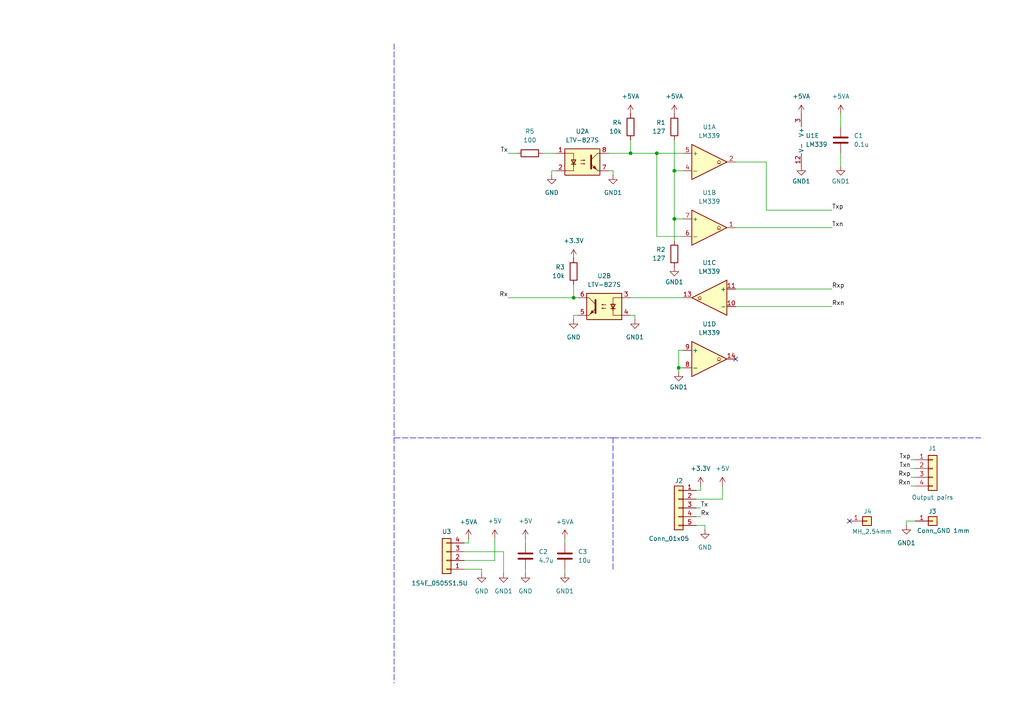
<source format=kicad_sch>
(kicad_sch (version 20231120) (generator "eeschema") (generator_version "8.0")
  (paper "A4")
  (lib_symbols
    (symbol "Comparator:LM339" (pin_names (offset 0.127))
      (property "Reference" "U" (at 0 5.08 0))
      (property "Value" "LM339" (at 0 -5.08 0))
      (symbol "LM339_1_1"
        (polyline (pts (xy -5.08 5.08) (xy 5.08 0) (xy -5.08 -5.08) (xy -5.08 5.08)) (stroke (width 0.254)) (fill (type background)))
        (polyline (pts (xy 3.302 -0.508) (xy 2.794 -0.508) (xy 3.302 0) (xy 2.794 0.508) (xy 2.286 0) (xy 2.794 -0.508) (xy 2.286 -0.508)) (stroke (width 0.127)))
        (pin open_collector line (at 7.62 0 180) (length 2.54) (name "~") (number "2"))
        (pin input line (at -7.62 -2.54 0) (length 2.54) (name "-") (number "4"))
        (pin input line (at -7.62 2.54 0) (length 2.54) (name "+") (number "5"))
      )
      (symbol "LM339_2_1"
        (polyline (pts (xy -5.08 5.08) (xy 5.08 0) (xy -5.08 -5.08) (xy -5.08 5.08)) (stroke (width 0.254)) (fill (type background)))
        (polyline (pts (xy 3.302 -0.508) (xy 2.794 -0.508) (xy 3.302 0) (xy 2.794 0.508) (xy 2.286 0) (xy 2.794 -0.508) (xy 2.286 -0.508)) (stroke (width 0.127)))
        (pin open_collector line (at 7.62 0 180) (length 2.54) (name "~") (number "1"))
        (pin input line (at -7.62 -2.54 0) (length 2.54) (name "-") (number "6"))
        (pin input line (at -7.62 2.54 0) (length 2.54) (name "+") (number "7"))
      )
      (symbol "LM339_3_1"
        (polyline (pts (xy -5.08 5.08) (xy 5.08 0) (xy -5.08 -5.08) (xy -5.08 5.08)) (stroke (width 0.254)) (fill (type background)))
        (polyline (pts (xy 3.302 -0.508) (xy 2.794 -0.508) (xy 3.302 0) (xy 2.794 0.508) (xy 2.286 0) (xy 2.794 -0.508) (xy 2.286 -0.508)) (stroke (width 0.127)))
        (pin input line (at -7.62 -2.54 0) (length 2.54) (name "-") (number "10"))
        (pin input line (at -7.62 2.54 0) (length 2.54) (name "+") (number "11"))
        (pin open_collector line (at 7.62 0 180) (length 2.54) (name "~") (number "13"))
      )
      (symbol "LM339_4_1"
        (polyline (pts (xy -5.08 5.08) (xy 5.08 0) (xy -5.08 -5.08) (xy -5.08 5.08)) (stroke (width 0.254)) (fill (type background)))
        (polyline (pts (xy 3.302 -0.508) (xy 2.794 -0.508) (xy 3.302 0) (xy 2.794 0.508) (xy 2.286 0) (xy 2.794 -0.508) (xy 2.286 -0.508)) (stroke (width 0.127)))
        (pin open_collector line (at 7.62 0 180) (length 2.54) (name "~") (number "14"))
        (pin input line (at -7.62 -2.54 0) (length 2.54) (name "-") (number "8"))
        (pin input line (at -7.62 2.54 0) (length 2.54) (name "+") (number "9"))
      )
      (symbol "LM339_5_1"
        (pin power_in line (at -2.54 -7.62 90) (length 3.81) (name "V-") (number "12"))
        (pin power_in line (at -2.54 7.62 270) (length 3.81) (name "V+") (number "3"))
      )
    )
    (symbol "Connector_Generic:Conn_01x01" (pin_names (offset 1.016) hide)
      (property "Reference" "J" (at 0 2.54 0))
      (property "Value" "Conn_01x01" (at 0 -2.54 0))
      (symbol "Conn_01x01_1_1"
        (rectangle (start -1.27 0.127) (end 0 -0.127) (stroke (width 0.1524)))
        (rectangle (start -1.27 1.27) (end 1.27 -1.27) (stroke (width 0.254)) (fill (type background)))
        (pin passive line (at -5.08 0 0) (length 3.81) (name "Pin_1") (number "1"))
      )
    )
    (symbol "Connector_Generic:Conn_01x04" (pin_names (offset 1.016) hide)
      (property "Reference" "J" (at 0 5.08 0))
      (property "Value" "Conn_01x04" (at 0 -7.62 0))
      (symbol "Conn_01x04_1_1"
        (rectangle (start -1.27 -4.953) (end 0 -5.207) (stroke (width 0.1524)))
        (rectangle (start -1.27 -2.413) (end 0 -2.667) (stroke (width 0.1524)))
        (rectangle (start -1.27 0.127) (end 0 -0.127) (stroke (width 0.1524)))
        (rectangle (start -1.27 2.667) (end 0 2.413) (stroke (width 0.1524)))
        (rectangle (start -1.27 3.81) (end 1.27 -6.35) (stroke (width 0.254)) (fill (type background)))
        (pin passive line (at -5.08 2.54 0) (length 3.81) (name "Pin_1") (number "1"))
        (pin passive line (at -5.08 0 0) (length 3.81) (name "Pin_2") (number "2"))
        (pin passive line (at -5.08 -2.54 0) (length 3.81) (name "Pin_3") (number "3"))
        (pin passive line (at -5.08 -5.08 0) (length 3.81) (name "Pin_4") (number "4"))
      )
    )
    (symbol "Connector_Generic:Conn_01x05" (pin_names (offset 1.016) hide)
      (property "Reference" "J" (at 0 7.62 0))
      (property "Value" "Conn_01x05" (at 0 -7.62 0))
      (symbol "Conn_01x05_1_1"
        (rectangle (start -1.27 -4.953) (end 0 -5.207) (stroke (width 0.1524)))
        (rectangle (start -1.27 -2.413) (end 0 -2.667) (stroke (width 0.1524)))
        (rectangle (start -1.27 0.127) (end 0 -0.127) (stroke (width 0.1524)))
        (rectangle (start -1.27 2.667) (end 0 2.413) (stroke (width 0.1524)))
        (rectangle (start -1.27 5.207) (end 0 4.953) (stroke (width 0.1524)))
        (rectangle (start -1.27 6.35) (end 1.27 -6.35) (stroke (width 0.254)) (fill (type background)))
        (pin passive line (at -5.08 5.08 0) (length 3.81) (name "Pin_1") (number "1"))
        (pin passive line (at -5.08 2.54 0) (length 3.81) (name "Pin_2") (number "2"))
        (pin passive line (at -5.08 0 0) (length 3.81) (name "Pin_3") (number "3"))
        (pin passive line (at -5.08 -2.54 0) (length 3.81) (name "Pin_4") (number "4"))
        (pin passive line (at -5.08 -5.08 0) (length 3.81) (name "Pin_5") (number "5"))
      )
    )
    (symbol "Device:C" (pin_numbers hide) (pin_names (offset 0.254))
      (property "Reference" "C" (at 0.635 2.54 0))
      (property "Value" "C" (at 0.635 -2.54 0))
      (symbol "C_0_1"
        (polyline (pts (xy -2.032 -0.762) (xy 2.032 -0.762)) (stroke (width 0.508)))
        (polyline (pts (xy -2.032 0.762) (xy 2.032 0.762)) (stroke (width 0.508)))
      )
      (symbol "C_1_1"
        (pin passive line (at 0 3.81 270) (length 2.794) (name "~") (number "1"))
        (pin passive line (at 0 -3.81 90) (length 2.794) (name "~") (number "2"))
      )
    )
    (symbol "Device:R" (pin_numbers hide) (pin_names (offset 0))
      (property "Reference" "R" (at 2.032 0 90))
      (property "Value" "R" (at 0 0 90))
      (symbol "R_0_1"
        (rectangle (start -1.016 -2.54) (end 1.016 2.54) (stroke (width 0.254)))
      )
      (symbol "R_1_1"
        (pin passive line (at 0 3.81 270) (length 1.27) (name "~") (number "1"))
        (pin passive line (at 0 -3.81 90) (length 1.27) (name "~") (number "2"))
      )
    )
    (symbol "Isolator:LTV-827S" (pin_names (offset 1.016))
      (property "Reference" "U" (at -3.81 5.08 0))
      (property "Value" "LTV-827S" (at 0 -5.08 0))
      (symbol "LTV-827S_0_1"
        (rectangle (start -5.08 3.81) (end 5.08 -3.81) (stroke (width 0.254)) (fill (type background)))
        (polyline (pts (xy -3.175 -0.635) (xy -1.905 -0.635)) (stroke (width 0.254)))
        (polyline (pts (xy 2.54 0.635) (xy 4.445 2.54)))
        (polyline (pts (xy 4.445 -2.54) (xy 2.54 -0.635)) (fill (type outline)))
        (polyline (pts (xy 4.445 -2.54) (xy 5.08 -2.54)))
        (polyline (pts (xy 4.445 2.54) (xy 5.08 2.54)))
        (polyline (pts (xy -2.54 -0.635) (xy -2.54 -2.54) (xy -5.08 -2.54)))
        (polyline (pts (xy 2.54 1.905) (xy 2.54 -1.905) (xy 2.54 -1.905)) (stroke (width 0.508)))
        (polyline (pts (xy -5.08 2.54) (xy -2.54 2.54) (xy -2.54 -1.27) (xy -2.54 0.635)))
        (polyline (pts (xy -2.54 -0.635) (xy -3.175 0.635) (xy -1.905 0.635) (xy -2.54 -0.635)) (stroke (width 0.254)))
        (polyline (pts (xy -0.508 -0.508) (xy 0.762 -0.508) (xy 0.381 -0.635) (xy 0.381 -0.381) (xy 0.762 -0.508)))
        (polyline (pts (xy -0.508 0.508) (xy 0.762 0.508) (xy 0.381 0.381) (xy 0.381 0.635) (xy 0.762 0.508)))
        (polyline (pts (xy 3.048 -1.651) (xy 3.556 -1.143) (xy 4.064 -2.159) (xy 3.048 -1.651) (xy 3.048 -1.651)) (fill (type outline)))
      )
      (symbol "LTV-827S_1_1"
        (pin passive line (at -7.62 2.54 0) (length 2.54) (name "~") (number "1"))
        (pin passive line (at -7.62 -2.54 0) (length 2.54) (name "~") (number "2"))
        (pin passive line (at 7.62 -2.54 180) (length 2.54) (name "~") (number "7"))
        (pin passive line (at 7.62 2.54 180) (length 2.54) (name "~") (number "8"))
      )
      (symbol "LTV-827S_2_1"
        (pin passive line (at -7.62 2.54 0) (length 2.54) (name "~") (number "3"))
        (pin passive line (at -7.62 -2.54 0) (length 2.54) (name "~") (number "4"))
        (pin passive line (at 7.62 -2.54 180) (length 2.54) (name "~") (number "5"))
        (pin passive line (at 7.62 2.54 180) (length 2.54) (name "~") (number "6"))
      )
    )
    (symbol "power:+3.3V" (power) (pin_numbers hide) (pin_names (offset 0) hide)
      (property "Value" "+3.3V" (at 0 3.556 0))
      (symbol "+3.3V_0_1"
        (polyline (pts (xy -0.762 1.27) (xy 0 2.54)))
        (polyline (pts (xy 0 0) (xy 0 2.54)))
        (polyline (pts (xy 0 2.54) (xy 0.762 1.27)))
      )
      (symbol "+3.3V_1_1"
        (pin power_in line (at 0 0 90) (length 0) (name "~") (number "1"))
      )
    )
    (symbol "power:+5V" (power) (pin_numbers hide) (pin_names (offset 0) hide)
      (property "Value" "+5V" (at 0 3.556 0))
      (symbol "+5V_0_1"
        (polyline (pts (xy -0.762 1.27) (xy 0 2.54)))
        (polyline (pts (xy 0 0) (xy 0 2.54)))
        (polyline (pts (xy 0 2.54) (xy 0.762 1.27)))
      )
      (symbol "+5V_1_1"
        (pin power_in line (at 0 0 90) (length 0) (name "~") (number "1"))
      )
    )
    (symbol "power:+5VA" (power) (pin_numbers hide) (pin_names (offset 0) hide)
      (property "Value" "+5VA" (at 0 3.556 0))
      (symbol "+5VA_0_1"
        (polyline (pts (xy -0.762 1.27) (xy 0 2.54)))
        (polyline (pts (xy 0 0) (xy 0 2.54)))
        (polyline (pts (xy 0 2.54) (xy 0.762 1.27)))
      )
      (symbol "+5VA_1_1"
        (pin power_in line (at 0 0 90) (length 0) (name "~") (number "1"))
      )
    )
    (symbol "power:GND" (power) (pin_numbers hide) (pin_names (offset 0) hide)
      (property "Value" "GND" (at 0 -3.81 0))
      (symbol "GND_0_1"
        (polyline (pts (xy 0 0) (xy 0 -1.27) (xy 1.27 -1.27) (xy 0 -2.54) (xy -1.27 -1.27) (xy 0 -1.27)))
      )
      (symbol "GND_1_1"
        (pin power_in line (at 0 0 270) (length 0) (name "~") (number "1"))
      )
    )
    (symbol "power:GND1" (power) (pin_numbers hide) (pin_names (offset 0) hide)
      (property "Value" "GND1" (at 0 -3.81 0))
      (symbol "GND1_0_1"
        (polyline (pts (xy 0 0) (xy 0 -1.27) (xy 1.27 -1.27) (xy 0 -2.54) (xy -1.27 -1.27) (xy 0 -1.27)))
      )
      (symbol "GND1_1_1"
        (pin power_in line (at 0 0 270) (length 0) (name "~") (number "1"))
      )
    )
  )
  (junction (at 166.37 86.36))
  (junction (at 195.58 63.5))
  (junction (at 196.85 106.68))
  (junction (at 195.58 49.53))
  (junction (at 190.5 44.45))
  (junction (at 182.88 44.45))
  (no_connect (at 213.36 104.14))
  (no_connect (at 246.38 151.13))
  (wire (pts (xy 262.89 151.13) (xy 262.89 152.4)))
  (wire (pts (xy 213.36 46.99) (xy 222.25 46.99)))
  (wire (pts (xy 195.58 63.5) (xy 195.58 69.85)))
  (wire (pts (xy 222.25 60.96) (xy 241.3 60.96)))
  (polyline (pts (xy 177.8 127) (xy 284.48 127)) (stroke (width 0) (type dash)))
  (wire (pts (xy 243.84 44.45) (xy 243.84 48.26)))
  (wire (pts (xy 152.4 165.1) (xy 152.4 166.37)))
  (wire (pts (xy 143.51 156.21) (xy 143.51 162.56)))
  (wire (pts (xy 135.89 157.48) (xy 135.89 156.21)))
  (wire (pts (xy 134.62 165.1) (xy 139.7 165.1)))
  (wire (pts (xy 182.88 91.44) (xy 184.15 91.44)))
  (wire (pts (xy 201.93 142.24) (xy 203.2 142.24)))
  (wire (pts (xy 196.85 101.6) (xy 196.85 106.68)))
  (wire (pts (xy 201.93 144.78) (xy 209.55 144.78)))
  (wire (pts (xy 213.36 83.82) (xy 241.3 83.82)))
  (wire (pts (xy 161.29 49.53) (xy 160.02 49.53)))
  (wire (pts (xy 167.64 91.44) (xy 166.37 91.44)))
  (wire (pts (xy 152.4 156.21) (xy 152.4 157.48)))
  (wire (pts (xy 264.16 135.89) (xy 265.43 135.89)))
  (wire (pts (xy 190.5 44.45) (xy 198.12 44.45)))
  (wire (pts (xy 265.43 151.13) (xy 262.89 151.13)))
  (wire (pts (xy 190.5 68.58) (xy 190.5 44.45)))
  (wire (pts (xy 176.53 49.53) (xy 177.8 49.53)))
  (polyline (pts (xy 114.3 12.7) (xy 114.3 127)) (stroke (width 0) (type dash)))
  (wire (pts (xy 209.55 144.78) (xy 209.55 140.97)))
  (wire (pts (xy 203.2 149.86) (xy 201.93 149.86)))
  (wire (pts (xy 196.85 106.68) (xy 198.12 106.68)))
  (polyline (pts (xy 114.3 127) (xy 114.3 198.12)) (stroke (width 0) (type dash)))
  (wire (pts (xy 213.36 88.9) (xy 241.3 88.9)))
  (wire (pts (xy 195.58 40.64) (xy 195.58 49.53)))
  (wire (pts (xy 182.88 86.36) (xy 198.12 86.36)))
  (wire (pts (xy 166.37 82.55) (xy 166.37 86.36)))
  (wire (pts (xy 203.2 142.24) (xy 203.2 140.97)))
  (wire (pts (xy 243.84 33.02) (xy 243.84 36.83)))
  (wire (pts (xy 264.16 140.97) (xy 265.43 140.97)))
  (wire (pts (xy 264.16 138.43) (xy 265.43 138.43)))
  (wire (pts (xy 176.53 44.45) (xy 182.88 44.45)))
  (wire (pts (xy 146.05 160.02) (xy 146.05 166.37)))
  (wire (pts (xy 204.47 153.67) (xy 204.47 152.4)))
  (wire (pts (xy 182.88 44.45) (xy 182.88 40.64)))
  (wire (pts (xy 198.12 101.6) (xy 196.85 101.6)))
  (wire (pts (xy 134.62 162.56) (xy 143.51 162.56)))
  (wire (pts (xy 134.62 157.48) (xy 135.89 157.48)))
  (wire (pts (xy 195.58 63.5) (xy 198.12 63.5)))
  (polyline (pts (xy 177.8 127) (xy 114.3 127)) (stroke (width 0) (type dash)))
  (wire (pts (xy 213.36 66.04) (xy 241.3 66.04)))
  (wire (pts (xy 222.25 46.99) (xy 222.25 60.96)))
  (wire (pts (xy 163.83 165.1) (xy 163.83 166.37)))
  (wire (pts (xy 184.15 91.44) (xy 184.15 92.71)))
  (wire (pts (xy 203.2 147.32) (xy 201.93 147.32)))
  (wire (pts (xy 264.16 133.35) (xy 265.43 133.35)))
  (wire (pts (xy 198.12 49.53) (xy 195.58 49.53)))
  (wire (pts (xy 196.85 106.68) (xy 196.85 107.95)))
  (wire (pts (xy 167.64 86.36) (xy 166.37 86.36)))
  (wire (pts (xy 182.88 44.45) (xy 190.5 44.45)))
  (wire (pts (xy 157.48 44.45) (xy 161.29 44.45)))
  (wire (pts (xy 139.7 165.1) (xy 139.7 166.37)))
  (wire (pts (xy 147.32 44.45) (xy 149.86 44.45)))
  (wire (pts (xy 134.62 160.02) (xy 146.05 160.02)))
  (polyline (pts (xy 177.8 165.1) (xy 177.8 127)) (stroke (width 0) (type dash)))
  (wire (pts (xy 160.02 49.53) (xy 160.02 50.8)))
  (wire (pts (xy 163.83 156.21) (xy 163.83 157.48)))
  (wire (pts (xy 177.8 49.53) (xy 177.8 50.8)))
  (wire (pts (xy 195.58 49.53) (xy 195.58 63.5)))
  (wire (pts (xy 204.47 152.4) (xy 201.93 152.4)))
  (wire (pts (xy 166.37 91.44) (xy 166.37 92.71)))
  (wire (pts (xy 147.32 86.36) (xy 166.37 86.36)))
  (wire (pts (xy 198.12 68.58) (xy 190.5 68.58)))
  (label "Rx" (at 147.32 86.36 180))
  (label "Txn" (at 241.3 66.04 0))
  (label "Rxp" (at 241.3 83.82 0))
  (label "Rxp" (at 264.16 138.43 180))
  (label "Txp" (at 241.3 60.96 0))
  (label "Txn" (at 264.16 135.89 180))
  (label "Tx" (at 147.32 44.45 180))
  (label "Tx" (at 203.2 147.32 0))
  (label "Rx" (at 203.2 149.86 0))
  (label "Txp" (at 264.16 133.35 180))
  (label "Rxn" (at 264.16 140.97 180))
  (label "Rxn" (at 241.3 88.9 0))
  (symbol (lib_id "power:GND1") (at 163.83 166.37 0) (unit 1)
    (property "Reference" "#PWR017" (effects (hide yes)))
    (property "Value" "GND1" (at 163.83 171.45 0))
    (property "Description" "Power symbol creates a global label with name \"GND1\" , ground" (effects (hide yes)))
  )
  (symbol (lib_id "power:+3.3V") (at 166.37 74.93 0) (unit 1)
    (property "Reference" "#PWR016" (effects (hide yes)))
    (property "Value" "+3.3V" (at 166.37 69.85 0))
    (property "Description" "Power symbol creates a global label with name \"+3.3V\"" (effects (hide yes)))
  )
  (symbol (lib_id "Isolator:LTV-827S") (at 168.91 46.99 0) (unit 1)
    (property "Reference" "U2" (at 168.91 38.1 0))
    (property "Value" "LTV-827S" (at 168.91 40.64 0))
    (property "Footprint" "Package_DIP:SMDIP-8_W9.53mm" (effects (hide yes)))
    (property "Datasheet" "https://mm.digikey.com/Volume0/opasdata/d220001/medias/docus/967/LTV-816_826_846.pdf" (effects (hide yes)))
    (property "Description" "DC Optocoupler, Vce 35V, CTR 50%, SMDIP-8" (effects (hide yes)))
  )
  (symbol (lib_id "power:+5VA") (at 195.58 33.02 0) (unit 1)
    (property "Reference" "#PWR01" (effects (hide yes)))
    (property "Value" "+5VA" (at 195.58 27.94 0))
    (property "Description" "Power symbol creates a global label with name \"+5VA\"" (effects (hide yes)))
  )
  (symbol (lib_id "power:GND1") (at 146.05 166.37 0) (unit 1)
    (property "Reference" "#PWR07" (effects (hide yes)))
    (property "Value" "GND1" (at 146.05 171.45 0))
    (property "Description" "Power symbol creates a global label with name \"GND1\" , ground" (effects (hide yes)))
  )
  (symbol (lib_id "Connector_Generic:Conn_01x05") (at 196.85 147.32 0) (mirror y) (unit 1)
    (property "Reference" "J2" (at 198.12 139.446 0) (effects (justify left)))
    (property "Value" "Conn_01x05" (at 199.898 156.21 0) (effects (justify left)))
    (property "Footprint" "Connector_PinSocket_2.54mm:PinSocket_1x05_P2.54mm_Vertical" (effects (hide yes)))
    (property "Description" "Generic connector, single row, 01x05, script generated (kicad-library-utils/schlib/autogen/connector/)" (effects (hide yes)))
  )
  (symbol (lib_id "Device:R") (at 195.58 73.66 0) (mirror y) (unit 1)
    (property "Reference" "R2" (at 193.04 72.3899 0) (effects (justify left)))
    (property "Value" "127" (at 193.04 74.9299 0) (effects (justify left)))
    (property "Footprint" "Resistor_SMD:R_0603_1608Metric" (effects (hide yes)))
    (property "Datasheet" "https://www.digikey.ca/en/products/detail/stackpole-electronics-inc/RNCF0603DTE127R/6263880" (effects (hide yes)))
    (property "Description" "Resistor" (effects (hide yes)))
  )
  (symbol (lib_id "Comparator:LM339") (at 205.74 104.14 0) (unit 4)
    (property "Reference" "U1" (at 205.74 93.98 0))
    (property "Value" "LM339" (at 205.74 96.52 0))
    (property "Footprint" "Package_SO:TSSOP-14_4.4x5mm_P0.65mm" (effects (hide yes)))
    (property "Datasheet" "https://www.ti.com/general/docs/suppproductinfo.tsp?distId=10&gotoUrl=http%3A%2F%2Fwww.ti.com%2Flit%2Fgpn%2Flm339" (effects (hide yes)))
    (property "Description" "Quad Differential Comparators, SOIC-14/TSSOP-14" (effects (hide yes)))
  )
  (symbol (lib_id "power:GND1") (at 184.15 92.71 0) (unit 1)
    (property "Reference" "#PWR018" (effects (hide yes)))
    (property "Value" "GND1" (at 184.15 97.79 0))
    (property "Description" "Power symbol creates a global label with name \"GND1\" , ground" (effects (hide yes)))
  )
  (symbol (lib_id "Device:R") (at 153.67 44.45 90) (unit 1)
    (property "Reference" "R5" (at 153.67 38.1 90))
    (property "Value" "100" (at 153.67 40.64 90))
    (property "Footprint" "Resistor_SMD:R_0603_1608Metric" (effects (hide yes)))
    (property "Description" "Resistor" (effects (hide yes)))
  )
  (symbol (lib_id "power:GND1") (at 262.89 152.4 0) (unit 1)
    (property "Reference" "#PWR0101" (effects (hide yes)))
    (property "Value" "GND1" (at 262.89 157.48 0))
    (property "Description" "Power symbol creates a global label with name \"GND1\" , ground" (effects (hide yes)))
  )
  (symbol (lib_id "Device:R") (at 195.58 36.83 0) (mirror y) (unit 1)
    (property "Reference" "R1" (at 193.04 35.5599 0) (effects (justify left)))
    (property "Value" "127" (at 193.04 38.0999 0) (effects (justify left)))
    (property "Footprint" "Resistor_SMD:R_0603_1608Metric" (effects (hide yes)))
    (property "Datasheet" "https://www.digikey.ca/en/products/detail/stackpole-electronics-inc/RNCF0603DTE127R/6263880" (effects (hide yes)))
    (property "Description" "Resistor" (effects (hide yes)))
  )
  (symbol (lib_id "Connector_Generic:Conn_01x01") (at 251.46 151.13 0) (unit 1)
    (property "Reference" "J4" (at 250.444 148.336 0) (effects (justify left)))
    (property "Value" "MH_2.54mm" (at 247.142 154.178 0) (effects (justify left)))
    (property "Footprint" "Connector_PinSocket_2.54mm:PinSocket_1x01_P2.54mm_Vertical" (effects (hide yes)))
    (property "Description" "Generic connector, single row, 01x01, script generated (kicad-library-utils/schlib/autogen/connector/)" (effects (hide yes)))
  )
  (symbol (lib_id "power:+5V") (at 152.4 156.21 0) (unit 1)
    (property "Reference" "#PWR023" (effects (hide yes)))
    (property "Value" "+5V" (at 152.4 151.13 0))
    (property "Description" "Power symbol creates a global label with name \"+5V\"" (effects (hide yes)))
  )
  (symbol (lib_id "power:GND1") (at 177.8 50.8 0) (unit 1)
    (property "Reference" "#PWR019" (effects (hide yes)))
    (property "Value" "GND1" (at 177.8 55.88 0))
    (property "Description" "Power symbol creates a global label with name \"GND1\" , ground" (effects (hide yes)))
  )
  (symbol (lib_id "power:GND") (at 166.37 92.71 0) (unit 1)
    (property "Reference" "#PWR015" (effects (hide yes)))
    (property "Value" "GND" (at 166.37 97.79 0))
    (property "Description" "Power symbol creates a global label with name \"GND\" , ground" (effects (hide yes)))
  )
  (symbol (lib_id "power:+5V") (at 143.51 156.21 0) (unit 1)
    (property "Reference" "#PWR013" (effects (hide yes)))
    (property "Value" "+5V" (at 143.51 151.13 0))
    (property "Description" "Power symbol creates a global label with name \"+5V\"" (effects (hide yes)))
  )
  (symbol (lib_id "Comparator:LM339") (at 234.95 40.64 0) (unit 5)
    (property "Reference" "U1" (at 233.68 39.3699 0) (effects (justify left)))
    (property "Value" "LM339" (at 233.68 41.9099 0) (effects (justify left)))
    (property "Footprint" "Package_SO:TSSOP-14_4.4x5mm_P0.65mm" (effects (hide yes)))
    (property "Datasheet" "https://www.ti.com/general/docs/suppproductinfo.tsp?distId=10&gotoUrl=http%3A%2F%2Fwww.ti.com%2Flit%2Fgpn%2Flm339" (effects (hide yes)))
    (property "Description" "Quad Differential Comparators, SOIC-14/TSSOP-14" (effects (hide yes)))
  )
  (symbol (lib_id "Connector_Generic:Conn_01x04") (at 129.54 162.56 180) (unit 1)
    (property "Reference" "U3" (at 129.54 154.178 0))
    (property "Value" "1S4E_0505S1.5U" (at 127.508 169.164 0))
    (property "Footprint" "Connector_PinHeader_2.54mm:PinHeader_1x04_P2.54mm_Vertical" (effects (hide yes)))
    (property "Datasheet" "https://gaptec-electronic.com/datenblaetter/1S4E_1.5U.pdf" (effects (hide yes)))
    (property "Description" "Generic connector, single row, 01x04, script generated (kicad-library-utils/schlib/autogen/connector/)" (effects (hide yes)))
  )
  (symbol (lib_id "power:+5VA") (at 232.41 33.02 0) (unit 1)
    (property "Reference" "#PWR021" (effects (hide yes)))
    (property "Value" "+5VA" (at 232.41 27.94 0))
    (property "Description" "Power symbol creates a global label with name \"+5VA\"" (effects (hide yes)))
  )
  (symbol (lib_id "Isolator:LTV-827S") (at 175.26 88.9 0) (mirror y) (unit 2)
    (property "Reference" "U2" (at 175.26 80.01 0))
    (property "Value" "LTV-827S" (at 175.26 82.55 0))
    (property "Footprint" "Package_DIP:SMDIP-8_W9.53mm" (effects (hide yes)))
    (property "Datasheet" "https://mm.digikey.com/Volume0/opasdata/d220001/medias/docus/967/LTV-816_826_846.pdf" (effects (hide yes)))
    (property "Description" "DC Optocoupler, Vce 35V, CTR 50%, SMDIP-8" (effects (hide yes)))
  )
  (symbol (lib_id "power:GND") (at 152.4 166.37 0) (unit 1)
    (property "Reference" "#PWR022" (effects (hide yes)))
    (property "Value" "GND" (at 152.4 171.45 0))
    (property "Description" "Power symbol creates a global label with name \"GND\" , ground" (effects (hide yes)))
  )
  (symbol (lib_id "power:+5VA") (at 163.83 156.21 0) (unit 1)
    (property "Reference" "#PWR024" (effects (hide yes)))
    (property "Value" "+5VA" (at 163.83 151.384 0))
    (property "Description" "Power symbol creates a global label with name \"+5VA\"" (effects (hide yes)))
  )
  (symbol (lib_id "Device:C") (at 163.83 161.29 0) (unit 1)
    (property "Reference" "C3" (at 167.64 160.0199 0) (effects (justify left)))
    (property "Value" "10u" (at 167.64 162.5599 0) (effects (justify left)))
    (property "Footprint" "Capacitor_SMD:C_0603_1608Metric" (effects (hide yes)))
    (property "Datasheet" "https://www.digikey.ca/en/products/detail/samsung-electro-mechanics/CL10A106MP8NNNC/3887529" (effects (hide yes)))
    (property "Description" "Unpolarized capacitor" (effects (hide yes)))
  )
  (symbol (lib_id "Comparator:LM339") (at 205.74 66.04 0) (unit 2)
    (property "Reference" "U1" (at 205.74 55.88 0))
    (property "Value" "LM339" (at 205.74 58.42 0))
    (property "Footprint" "Package_SO:TSSOP-14_4.4x5mm_P0.65mm" (effects (hide yes)))
    (property "Datasheet" "https://www.ti.com/general/docs/suppproductinfo.tsp?distId=10&gotoUrl=http%3A%2F%2Fwww.ti.com%2Flit%2Fgpn%2Flm339" (effects (hide yes)))
    (property "Description" "Quad Differential Comparators, SOIC-14/TSSOP-14" (effects (hide yes)))
  )
  (symbol (lib_id "power:+5VA") (at 182.88 33.02 0) (unit 1)
    (property "Reference" "#PWR03" (effects (hide yes)))
    (property "Value" "+5VA" (at 182.88 27.94 0))
    (property "Description" "Power symbol creates a global label with name \"+5VA\"" (effects (hide yes)))
  )
  (symbol (lib_id "Device:R") (at 182.88 36.83 0) (mirror y) (unit 1)
    (property "Reference" "R4" (at 180.34 35.5599 0) (effects (justify left)))
    (property "Value" "10k" (at 180.34 38.0999 0) (effects (justify left)))
    (property "Footprint" "Resistor_SMD:R_0603_1608Metric" (effects (hide yes)))
    (property "Datasheet" "https://www.digikey.ca/en/products/detail/yageo/RC0603FR-0710KL/726880" (effects (hide yes)))
    (property "Description" "Resistor" (effects (hide yes)))
  )
  (symbol (lib_id "power:GND1") (at 195.58 77.47 0) (unit 1)
    (property "Reference" "#PWR04" (effects (hide yes)))
    (property "Value" "GND1" (at 195.58 81.788 0))
    (property "Description" "Power symbol creates a global label with name \"GND1\" , ground" (effects (hide yes)))
  )
  (symbol (lib_id "Comparator:LM339") (at 205.74 46.99 0) (unit 1)
    (property "Reference" "U1" (at 205.74 36.83 0))
    (property "Value" "LM339" (at 205.74 39.37 0))
    (property "Footprint" "Package_SO:TSSOP-14_4.4x5mm_P0.65mm" (effects (hide yes)))
    (property "Datasheet" "https://www.ti.com/general/docs/suppproductinfo.tsp?distId=10&gotoUrl=http%3A%2F%2Fwww.ti.com%2Flit%2Fgpn%2Flm339" (effects (hide yes)))
    (property "Description" "Quad Differential Comparators, SOIC-14/TSSOP-14" (effects (hide yes)))
  )
  (symbol (lib_id "Comparator:LM339") (at 205.74 86.36 0) (mirror y) (unit 3)
    (property "Reference" "U1" (at 205.74 76.2 0))
    (property "Value" "LM339" (at 205.74 78.74 0))
    (property "Footprint" "Package_SO:TSSOP-14_4.4x5mm_P0.65mm" (effects (hide yes)))
    (property "Datasheet" "https://www.ti.com/general/docs/suppproductinfo.tsp?distId=10&gotoUrl=http%3A%2F%2Fwww.ti.com%2Flit%2Fgpn%2Flm339" (effects (hide yes)))
    (property "Description" "Quad Differential Comparators, SOIC-14/TSSOP-14" (effects (hide yes)))
  )
  (symbol (lib_id "power:+5V") (at 209.55 140.97 0) (unit 1)
    (property "Reference" "#PWR010" (effects (hide yes)))
    (property "Value" "+5V" (at 209.55 135.89 0))
    (property "Description" "Power symbol creates a global label with name \"+5V\"" (effects (hide yes)))
  )
  (symbol (lib_id "power:GND") (at 139.7 166.37 0) (unit 1)
    (property "Reference" "#PWR06" (effects (hide yes)))
    (property "Value" "GND" (at 139.7 171.45 0))
    (property "Description" "Power symbol creates a global label with name \"GND\" , ground" (effects (hide yes)))
  )
  (symbol (lib_id "power:GND") (at 204.47 153.67 0) (unit 1)
    (property "Reference" "#PWR08" (effects (hide yes)))
    (property "Value" "GND" (at 204.47 158.75 0))
    (property "Description" "Power symbol creates a global label with name \"GND\" , ground" (effects (hide yes)))
  )
  (symbol (lib_id "Device:C") (at 152.4 161.29 0) (unit 1)
    (property "Reference" "C2" (at 156.21 160.0199 0) (effects (justify left)))
    (property "Value" "4.7u" (at 156.21 162.5599 0) (effects (justify left)))
    (property "Footprint" "Capacitor_SMD:C_0603_1608Metric" (effects (hide yes)))
    (property "Datasheet" "https://www.digikey.ca/en/products/detail/samsung-electro-mechanics/CL10A475KP8NNNC/3886702" (effects (hide yes)))
    (property "Description" "Unpolarized capacitor" (effects (hide yes)))
  )
  (symbol (lib_id "power:GND1") (at 243.84 48.26 0) (unit 1)
    (property "Reference" "#PWR011" (effects (hide yes)))
    (property "Value" "GND1" (at 243.84 52.578 0))
    (property "Description" "Power symbol creates a global label with name \"GND1\" , ground" (effects (hide yes)))
  )
  (symbol (lib_id "power:+5VA") (at 135.89 156.21 0) (unit 1)
    (property "Reference" "#PWR012" (effects (hide yes)))
    (property "Value" "+5VA" (at 135.89 151.384 0))
    (property "Description" "Power symbol creates a global label with name \"+5VA\"" (effects (hide yes)))
  )
  (symbol (lib_id "power:GND1") (at 196.85 107.95 0) (unit 1)
    (property "Reference" "#PWR02" (effects (hide yes)))
    (property "Value" "GND1" (at 196.85 112.268 0))
    (property "Description" "Power symbol creates a global label with name \"GND1\" , ground" (effects (hide yes)))
  )
  (symbol (lib_id "power:GND") (at 160.02 50.8 0) (unit 1)
    (property "Reference" "#PWR014" (effects (hide yes)))
    (property "Value" "GND" (at 160.02 55.88 0))
    (property "Description" "Power symbol creates a global label with name \"GND\" , ground" (effects (hide yes)))
  )
  (symbol (lib_id "power:+5VA") (at 243.84 33.02 0) (unit 1)
    (property "Reference" "#PWR05" (effects (hide yes)))
    (property "Value" "+5VA" (at 243.84 27.94 0))
    (property "Description" "Power symbol creates a global label with name \"+5VA\"" (effects (hide yes)))
  )
  (symbol (lib_id "power:GND1") (at 232.41 48.26 0) (unit 1)
    (property "Reference" "#PWR020" (effects (hide yes)))
    (property "Value" "GND1" (at 232.41 52.578 0))
    (property "Description" "Power symbol creates a global label with name \"GND1\" , ground" (effects (hide yes)))
  )
  (symbol (lib_id "Connector_Generic:Conn_01x01") (at 270.51 151.13 0) (unit 1)
    (property "Reference" "J3" (at 269.24 148.336 0) (effects (justify left)))
    (property "Value" "Conn_GND 1mm" (at 265.938 153.924 0) (effects (justify left)))
    (property "Footprint" "Connector_PinHeader_1.27mm:PinHeader_1x01_P1.27mm_Vertical" (effects (hide yes)))
    (property "Description" "Generic connector, single row, 01x01, script generated (kicad-library-utils/schlib/autogen/connector/)" (effects (hide yes)))
  )
  (symbol (lib_id "Device:C") (at 243.84 40.64 0) (unit 1)
    (property "Reference" "C1" (at 247.65 39.3699 0) (effects (justify left)))
    (property "Value" "0.1u" (at 247.65 41.9099 0) (effects (justify left)))
    (property "Footprint" "Capacitor_SMD:C_0603_1608Metric" (effects (hide yes)))
    (property "Datasheet" "https://www.digikey.ca/en/products/detail/samsung-electro-mechanics/CL10B104KO8NNNC/3886663" (effects (hide yes)))
    (property "Description" "Unpolarized capacitor" (effects (hide yes)))
  )
  (symbol (lib_id "Device:R") (at 166.37 78.74 0) (mirror y) (unit 1)
    (property "Reference" "R3" (at 163.83 77.4699 0) (effects (justify left)))
    (property "Value" "10k" (at 163.83 80.0099 0) (effects (justify left)))
    (property "Footprint" "Resistor_SMD:R_0603_1608Metric" (effects (hide yes)))
    (property "Datasheet" "https://www.digikey.ca/en/products/detail/yageo/RC0603FR-0710KL/726880" (effects (hide yes)))
    (property "Description" "Resistor" (effects (hide yes)))
  )
  (symbol (lib_id "Connector_Generic:Conn_01x04") (at 270.51 135.89 0) (unit 1)
    (property "Reference" "J1" (at 269.24 130.048 0) (effects (justify left)))
    (property "Value" "Output pairs" (at 264.414 144.272 0) (effects (justify left)))
    (property "Footprint" "Connector_PinSocket_2.54mm:PinSocket_1x04_P2.54mm_Vertical_SMD_Pin1Left" (effects (hide yes)))
    (property "Description" "Generic connector, single row, 01x04, script generated (kicad-library-utils/schlib/autogen/connector/)" (effects (hide yes)))
  )
  (symbol (lib_id "power:+3.3V") (at 203.2 140.97 0) (unit 1)
    (property "Reference" "#PWR09" (effects (hide yes)))
    (property "Value" "+3.3V" (at 203.2 135.89 0))
    (property "Description" "Power symbol creates a global label with name \"+3.3V\"" (effects (hide yes)))
  )
)
</source>
